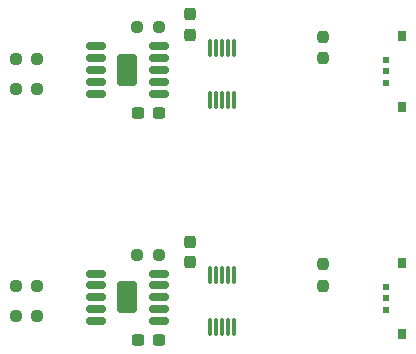
<source format=gbp>
%TF.GenerationSoftware,KiCad,Pcbnew,9.0.1*%
%TF.CreationDate,2025-04-29T19:20:24+09:00*%
%TF.ProjectId,ATtiny328P.kicad_pcb,41547469-6e79-4333-9238-502e6b696361,rev?*%
%TF.SameCoordinates,Original*%
%TF.FileFunction,Paste,Bot*%
%TF.FilePolarity,Positive*%
%FSLAX46Y46*%
G04 Gerber Fmt 4.6, Leading zero omitted, Abs format (unit mm)*
G04 Created by KiCad (PCBNEW 9.0.1) date 2025-04-29 19:20:24*
%MOMM*%
%LPD*%
G01*
G04 APERTURE LIST*
G04 Aperture macros list*
%AMRoundRect*
0 Rectangle with rounded corners*
0 $1 Rounding radius*
0 $2 $3 $4 $5 $6 $7 $8 $9 X,Y pos of 4 corners*
0 Add a 4 corners polygon primitive as box body*
4,1,4,$2,$3,$4,$5,$6,$7,$8,$9,$2,$3,0*
0 Add four circle primitives for the rounded corners*
1,1,$1+$1,$2,$3*
1,1,$1+$1,$4,$5*
1,1,$1+$1,$6,$7*
1,1,$1+$1,$8,$9*
0 Add four rect primitives between the rounded corners*
20,1,$1+$1,$2,$3,$4,$5,0*
20,1,$1+$1,$4,$5,$6,$7,0*
20,1,$1+$1,$6,$7,$8,$9,0*
20,1,$1+$1,$8,$9,$2,$3,0*%
G04 Aperture macros list end*
%ADD10RoundRect,0.250000X-0.595000X-1.080000X0.595000X-1.080000X0.595000X1.080000X-0.595000X1.080000X0*%
%ADD11RoundRect,0.150000X-0.687500X-0.150000X0.687500X-0.150000X0.687500X0.150000X-0.687500X0.150000X0*%
%ADD12RoundRect,0.237500X0.250000X0.237500X-0.250000X0.237500X-0.250000X-0.237500X0.250000X-0.237500X0*%
%ADD13R,0.510000X0.600000*%
%ADD14R,0.700000X0.900000*%
%ADD15RoundRect,0.237500X0.300000X0.237500X-0.300000X0.237500X-0.300000X-0.237500X0.300000X-0.237500X0*%
%ADD16RoundRect,0.237500X0.237500X-0.300000X0.237500X0.300000X-0.237500X0.300000X-0.237500X-0.300000X0*%
%ADD17RoundRect,0.075000X-0.075000X0.650000X-0.075000X-0.650000X0.075000X-0.650000X0.075000X0.650000X0*%
%ADD18RoundRect,0.237500X0.237500X-0.250000X0.237500X0.250000X-0.237500X0.250000X-0.237500X-0.250000X0*%
G04 APERTURE END LIST*
D10*
%TO.C,U2*%
X135757500Y-71330000D03*
D11*
X133120000Y-73330000D03*
X133120000Y-72330000D03*
X133120000Y-71330000D03*
X133120000Y-70330000D03*
X133120000Y-69330000D03*
X138395000Y-69330000D03*
X138395000Y-70330000D03*
X138395000Y-71330000D03*
X138395000Y-72330000D03*
X138395000Y-73330000D03*
%TD*%
D12*
%TO.C,R4*%
X138400000Y-67720000D03*
X136575000Y-67720000D03*
%TD*%
%TO.C,R1*%
X128120000Y-70400000D03*
X126295000Y-70400000D03*
%TD*%
D13*
%TO.C,SW2*%
X157670000Y-70440000D03*
X157670000Y-72440000D03*
X157670000Y-71440000D03*
D14*
X159025000Y-68440000D03*
X159025000Y-74440000D03*
%TD*%
D15*
%TO.C,C2*%
X138390000Y-74950000D03*
X136665000Y-74950000D03*
%TD*%
D16*
%TO.C,C1*%
X141070000Y-68350000D03*
X141070000Y-66625000D03*
%TD*%
D17*
%TO.C,U3*%
X142760000Y-69450000D03*
X143260000Y-69450000D03*
X143760000Y-69450000D03*
X144260000Y-69450000D03*
X144760000Y-69450000D03*
X144760000Y-73850000D03*
X144260000Y-73850000D03*
X143760000Y-73850000D03*
X143260000Y-73850000D03*
X142760000Y-73850000D03*
%TD*%
D18*
%TO.C,R5*%
X152300000Y-70350000D03*
X152300000Y-68525000D03*
%TD*%
D12*
%TO.C,R2*%
X128120000Y-72910000D03*
X126295000Y-72910000D03*
%TD*%
D10*
%TO.C,U2*%
X135757500Y-90560000D03*
D11*
X133120000Y-92560000D03*
X133120000Y-91560000D03*
X133120000Y-90560000D03*
X133120000Y-89560000D03*
X133120000Y-88560000D03*
X138395000Y-88560000D03*
X138395000Y-89560000D03*
X138395000Y-90560000D03*
X138395000Y-91560000D03*
X138395000Y-92560000D03*
%TD*%
D12*
%TO.C,R4*%
X138400000Y-86950000D03*
X136575000Y-86950000D03*
%TD*%
%TO.C,R1*%
X128120000Y-89630000D03*
X126295000Y-89630000D03*
%TD*%
D13*
%TO.C,SW2*%
X157670000Y-89670000D03*
X157670000Y-91670000D03*
X157670000Y-90670000D03*
D14*
X159025000Y-87670000D03*
X159025000Y-93670000D03*
%TD*%
D15*
%TO.C,C2*%
X138390000Y-94180000D03*
X136665000Y-94180000D03*
%TD*%
D16*
%TO.C,C1*%
X141070000Y-87580000D03*
X141070000Y-85855000D03*
%TD*%
D17*
%TO.C,U3*%
X142760000Y-88680000D03*
X143260000Y-88680000D03*
X143760000Y-88680000D03*
X144260000Y-88680000D03*
X144760000Y-88680000D03*
X144760000Y-93080000D03*
X144260000Y-93080000D03*
X143760000Y-93080000D03*
X143260000Y-93080000D03*
X142760000Y-93080000D03*
%TD*%
D18*
%TO.C,R5*%
X152300000Y-89580000D03*
X152300000Y-87755000D03*
%TD*%
D12*
%TO.C,R2*%
X128120000Y-92140000D03*
X126295000Y-92140000D03*
%TD*%
M02*

</source>
